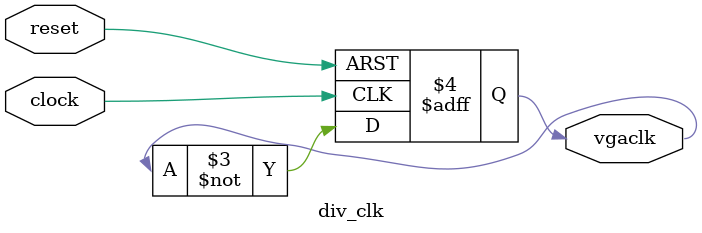
<source format=sv>
module div_clk(
		input logic clock, reset,
		output logic vgaclk);
		
		always_ff @( posedge clock, negedge reset)begin
			if(~reset)begin
				vgaclk <= 1'b0;
			end
			else begin
				vgaclk = ~vgaclk;
			end
		end
endmodule 
</source>
